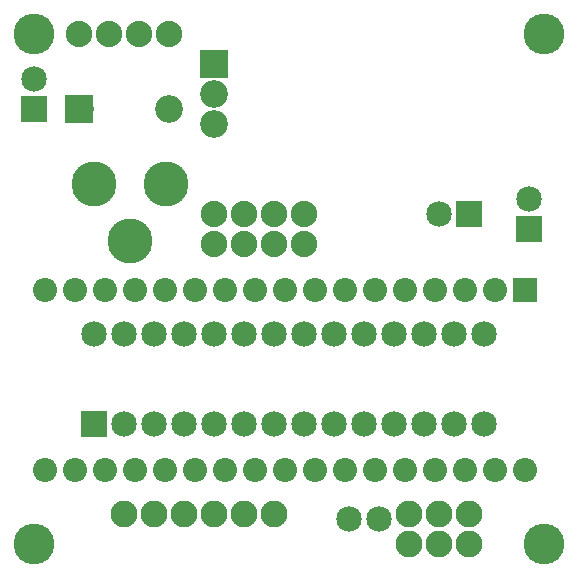
<source format=gts>
G04 MADE WITH FRITZING*
G04 WWW.FRITZING.ORG*
G04 DOUBLE SIDED*
G04 HOLES PLATED*
G04 CONTOUR ON CENTER OF CONTOUR VECTOR*
%ASAXBY*%
%FSLAX23Y23*%
%MOIN*%
%OFA0B0*%
%SFA1.0B1.0*%
%ADD10C,0.088000*%
%ADD11C,0.085000*%
%ADD12C,0.089370*%
%ADD13C,0.080555*%
%ADD14C,0.080583*%
%ADD15C,0.092000*%
%ADD16C,0.135984*%
%ADD17C,0.150000*%
%ADD18R,0.085000X0.085000*%
%ADD19R,0.080542X0.080570*%
%ADD20R,0.092000X0.092000*%
%LNMASK1*%
G90*
G70*
G54D10*
X730Y1138D03*
X830Y1138D03*
X930Y1138D03*
X1030Y1138D03*
X730Y1138D03*
X830Y1138D03*
X930Y1138D03*
X1030Y1138D03*
X1030Y1238D03*
X930Y1238D03*
X830Y1238D03*
X730Y1238D03*
G54D11*
X1780Y1188D03*
X1780Y1288D03*
X1580Y1238D03*
X1480Y1238D03*
G54D12*
X430Y238D03*
X530Y238D03*
X630Y238D03*
X730Y238D03*
X830Y238D03*
X930Y238D03*
G54D13*
X1765Y984D03*
X1665Y984D03*
X1565Y984D03*
X1465Y984D03*
X1365Y984D03*
X1265Y984D03*
X1165Y984D03*
X1065Y984D03*
X965Y984D03*
G54D14*
X865Y984D03*
X765Y984D03*
X665Y984D03*
G54D13*
X565Y984D03*
X465Y984D03*
G54D14*
X365Y984D03*
X265Y984D03*
X165Y984D03*
G54D13*
X1765Y384D03*
X1665Y384D03*
X1565Y384D03*
X1465Y384D03*
X1365Y384D03*
X1265Y384D03*
X965Y384D03*
G54D14*
X865Y384D03*
G54D13*
X1065Y384D03*
X1165Y384D03*
G54D14*
X765Y384D03*
X665Y384D03*
G54D13*
X565Y384D03*
X465Y384D03*
G54D14*
X365Y384D03*
X265Y384D03*
X165Y384D03*
G54D15*
X730Y1738D03*
X730Y1638D03*
X730Y1538D03*
X282Y1588D03*
X580Y1588D03*
G54D16*
X1830Y138D03*
X130Y138D03*
X1830Y1838D03*
X130Y1838D03*
G54D11*
X330Y538D03*
X330Y838D03*
X430Y538D03*
X430Y838D03*
X530Y538D03*
X530Y838D03*
X630Y538D03*
X630Y838D03*
X730Y538D03*
X730Y838D03*
X830Y538D03*
X830Y838D03*
X930Y538D03*
X930Y838D03*
X1030Y538D03*
X1030Y838D03*
X1130Y538D03*
X1130Y838D03*
X1230Y538D03*
X1230Y838D03*
X1330Y538D03*
X1330Y838D03*
X1430Y538D03*
X1430Y838D03*
X1530Y538D03*
X1530Y838D03*
X1630Y538D03*
X1630Y838D03*
X1280Y221D03*
X1180Y221D03*
G54D10*
X280Y1838D03*
X380Y1838D03*
X480Y1838D03*
X580Y1838D03*
G54D12*
X1380Y138D03*
X1480Y138D03*
X1580Y138D03*
X1380Y138D03*
X1480Y138D03*
X1580Y138D03*
X1580Y238D03*
X1480Y238D03*
X1380Y238D03*
G54D17*
X570Y1338D03*
X330Y1338D03*
X450Y1148D03*
G54D11*
X130Y1588D03*
X130Y1688D03*
G54D18*
X1780Y1188D03*
X1580Y1238D03*
G54D19*
X1765Y984D03*
G54D20*
X730Y1738D03*
X281Y1588D03*
G54D18*
X330Y538D03*
X130Y1588D03*
G04 End of Mask1*
M02*
</source>
